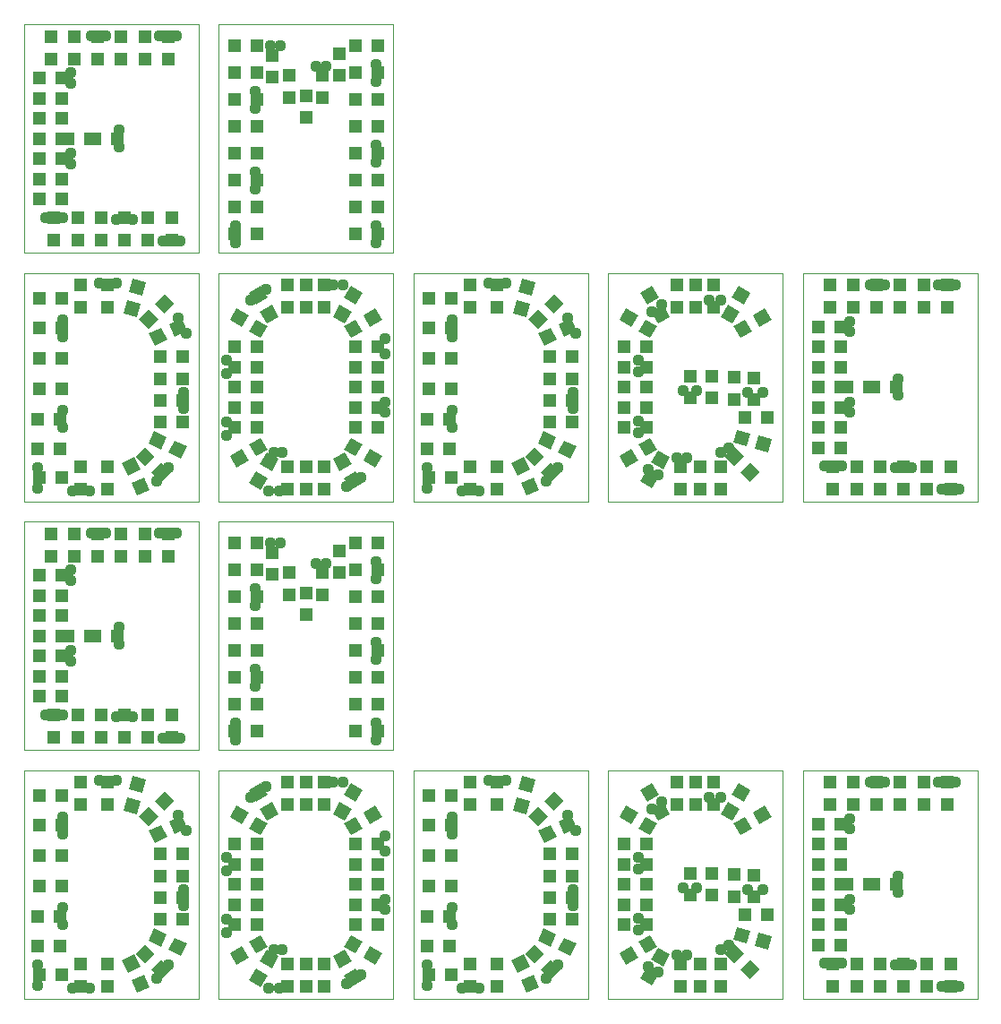
<source format=gts>
G75*
G70*
%OFA0B0*%
%FSLAX25Y25*%
%IPPOS*%
%LPD*%
%AMOC8*
5,1,8,0,0,1.08239X$1,22.5*
%
%ADD12C,0.04370*%
%ADD17C,0.00000*%
%ADD20R,0.05120X0.05120*%
X0010000Y0010000D02*
G75*
%LPD*%
D17*
X0010000Y0010000D02*
X0010000Y0095000D01*
X0075000Y0095000D01*
X0075000Y0010000D01*
X0010000Y0010000D01*
D20*
X0015860Y0018750D03*
X0024130Y0018750D03*
X0031250Y0022880D03*
X0031250Y0014610D03*
X0041250Y0014610D03*
X0041250Y0022880D03*
X0023510Y0029370D03*
X0015240Y0029370D03*
X0015240Y0040620D03*
X0023510Y0040620D03*
X0024130Y0051870D03*
X0015860Y0051870D03*
X0015860Y0063120D03*
X0024130Y0063120D03*
X0024130Y0074370D03*
X0015860Y0074370D03*
X0015860Y0085620D03*
X0024130Y0085620D03*
X0031250Y0082110D03*
X0031250Y0090380D03*
X0041250Y0090380D03*
X0041250Y0082110D03*
X0060860Y0063750D03*
X0060860Y0055620D03*
X0060860Y0047500D03*
X0060860Y0039370D03*
X0069130Y0039370D03*
X0069130Y0047500D03*
X0069130Y0055620D03*
X0069130Y0063750D03*
D20*
G36*
X0058770Y0067850D02*
X0056600Y0072480D01*
X0061230Y0074650D01*
X0063400Y0070020D01*
X0058770Y0067850D01*
G37*
G36*
X0056450Y0074080D02*
X0052830Y0077700D01*
X0056450Y0081320D01*
X0060070Y0077700D01*
X0056450Y0074080D01*
G37*
G36*
X0051990Y0078500D02*
X0047050Y0079820D01*
X0048370Y0084760D01*
X0053310Y0083440D01*
X0051990Y0078500D01*
G37*
G36*
X0054130Y0086480D02*
X0049190Y0087800D01*
X0050510Y0092740D01*
X0055450Y0091420D01*
X0054130Y0086480D01*
G37*
G36*
X0062290Y0079920D02*
X0058670Y0083540D01*
X0062290Y0087160D01*
X0065910Y0083540D01*
X0062290Y0079920D01*
G37*
G36*
X0066260Y0071340D02*
X0064090Y0075970D01*
X0068720Y0078140D01*
X0070890Y0073510D01*
X0066260Y0071340D01*
G37*
G36*
X0056440Y0031510D02*
X0058610Y0036140D01*
X0063240Y0033970D01*
X0061070Y0029340D01*
X0056440Y0031510D01*
G37*
G36*
X0051580Y0026670D02*
X0055200Y0030290D01*
X0058820Y0026670D01*
X0055200Y0023050D01*
X0051580Y0026670D01*
G37*
G36*
X0046530Y0024270D02*
X0051160Y0026440D01*
X0053330Y0021810D01*
X0048700Y0019640D01*
X0046530Y0024270D01*
G37*
G36*
X0050020Y0016780D02*
X0054650Y0018950D01*
X0056820Y0014320D01*
X0052190Y0012150D01*
X0050020Y0016780D01*
G37*
G36*
X0057420Y0020820D02*
X0061040Y0024440D01*
X0064660Y0020820D01*
X0061040Y0017200D01*
X0057420Y0020820D01*
G37*
G36*
X0063940Y0028020D02*
X0066110Y0032650D01*
X0070740Y0030480D01*
X0068570Y0025850D01*
X0063940Y0028020D01*
G37*
D12*
X0063750Y0022500D03*
X0059370Y0017500D03*
X0034370Y0013750D03*
X0028120Y0013750D03*
X0015000Y0015000D03*
X0015000Y0022500D03*
X0024370Y0037500D03*
X0024370Y0043750D03*
X0024370Y0071250D03*
X0024370Y0077500D03*
X0038120Y0091250D03*
X0044370Y0091250D03*
X0067500Y0078120D03*
X0070620Y0072500D03*
X0069370Y0050620D03*
X0069370Y0044370D03*
X0082500Y0010000D02*
G75*
%LPD*%
D17*
X0082500Y0010000D02*
X0082500Y0095000D01*
X0147500Y0095000D01*
X0147500Y0010000D01*
X0082500Y0010000D01*
D20*
X0108120Y0014610D03*
X0115000Y0014610D03*
X0121870Y0014610D03*
X0121870Y0022880D03*
X0115000Y0022880D03*
X0108120Y0022880D03*
X0096630Y0037500D03*
X0096630Y0045000D03*
X0096630Y0052500D03*
X0096630Y0060000D03*
X0096630Y0067500D03*
X0088360Y0067500D03*
X0088360Y0060000D03*
X0088360Y0052500D03*
X0088360Y0045000D03*
X0088360Y0037500D03*
X0108120Y0082110D03*
X0115000Y0082110D03*
X0121870Y0082110D03*
X0121870Y0090380D03*
X0115000Y0090380D03*
X0108120Y0090380D03*
X0133360Y0067500D03*
X0133360Y0060000D03*
X0133360Y0052500D03*
X0133360Y0045000D03*
X0133360Y0037500D03*
X0141630Y0037500D03*
X0141630Y0045000D03*
X0141630Y0052500D03*
X0141630Y0060000D03*
X0141630Y0067500D03*
D20*
G36*
X0131740Y0070690D02*
X0129180Y0075110D01*
X0133600Y0077670D01*
X0136160Y0073250D01*
X0131740Y0070690D01*
G37*
G36*
X0129480Y0076050D02*
X0125060Y0078610D01*
X0127620Y0083030D01*
X0132040Y0080470D01*
X0129480Y0076050D01*
G37*
G36*
X0138900Y0074820D02*
X0136340Y0079240D01*
X0140760Y0081800D01*
X0143320Y0077380D01*
X0138900Y0074820D01*
G37*
G36*
X0133620Y0083210D02*
X0129200Y0085770D01*
X0131760Y0090190D01*
X0136180Y0087630D01*
X0133620Y0083210D01*
G37*
G36*
X0104930Y0078610D02*
X0100510Y0076050D01*
X0097950Y0080470D01*
X0102370Y0083030D01*
X0104930Y0078610D01*
G37*
G36*
X0100820Y0075110D02*
X0098260Y0070690D01*
X0093840Y0073250D01*
X0096400Y0077670D01*
X0100820Y0075110D01*
G37*
G36*
X0093660Y0079240D02*
X0091100Y0074820D01*
X0086680Y0077380D01*
X0089240Y0081800D01*
X0093660Y0079240D01*
G37*
G36*
X0100790Y0085770D02*
X0096370Y0083210D01*
X0093810Y0087630D01*
X0098230Y0090190D01*
X0100790Y0085770D01*
G37*
G36*
X0098260Y0033680D02*
X0100820Y0029260D01*
X0096400Y0026700D01*
X0093840Y0031120D01*
X0098260Y0033680D01*
G37*
G36*
X0091100Y0029540D02*
X0093660Y0025120D01*
X0089240Y0022560D01*
X0086680Y0026980D01*
X0091100Y0029540D01*
G37*
G36*
X0100510Y0028320D02*
X0104930Y0025760D01*
X0102370Y0021340D01*
X0097950Y0023900D01*
X0100510Y0028320D01*
G37*
G36*
X0096370Y0021160D02*
X0100790Y0018600D01*
X0098230Y0014180D01*
X0093810Y0016740D01*
X0096370Y0021160D01*
G37*
G36*
X0125060Y0025760D02*
X0129480Y0028320D01*
X0132040Y0023900D01*
X0127620Y0021340D01*
X0125060Y0025760D01*
G37*
G36*
X0129180Y0029260D02*
X0131740Y0033680D01*
X0136160Y0031120D01*
X0133600Y0026700D01*
X0129180Y0029260D01*
G37*
G36*
X0136340Y0025120D02*
X0138900Y0029540D01*
X0143320Y0026980D01*
X0140760Y0022560D01*
X0136340Y0025120D01*
G37*
G36*
X0129200Y0018600D02*
X0133620Y0021160D01*
X0136180Y0016740D01*
X0131760Y0014180D01*
X0129200Y0018600D01*
G37*
D12*
X0130000Y0015620D03*
X0135620Y0018750D03*
X0144370Y0043120D03*
X0144370Y0046870D03*
X0144370Y0065000D03*
X0144370Y0070620D03*
X0128750Y0090620D03*
X0125000Y0090620D03*
X0100000Y0088750D03*
X0094370Y0085000D03*
X0085620Y0062500D03*
X0085620Y0057500D03*
X0085620Y0039370D03*
X0085620Y0034370D03*
X0103120Y0028120D03*
X0106250Y0028120D03*
X0105000Y0013750D03*
X0101250Y0013750D03*
X0155000Y0010000D02*
G75*
%LPD*%
D17*
X0155000Y0010000D02*
X0155000Y0095000D01*
X0220000Y0095000D01*
X0220000Y0010000D01*
X0155000Y0010000D01*
D20*
X0160860Y0018750D03*
X0169130Y0018750D03*
X0176250Y0022880D03*
X0176250Y0014610D03*
X0186250Y0014610D03*
X0186250Y0022880D03*
X0168510Y0029370D03*
X0160240Y0029370D03*
X0160240Y0040620D03*
X0168510Y0040620D03*
X0169130Y0051870D03*
X0160860Y0051870D03*
X0160860Y0063120D03*
X0169130Y0063120D03*
X0169130Y0074370D03*
X0160860Y0074370D03*
X0160860Y0085620D03*
X0169130Y0085620D03*
X0176250Y0082110D03*
X0176250Y0090380D03*
X0186250Y0090380D03*
X0186250Y0082110D03*
X0205860Y0063750D03*
X0205860Y0055620D03*
X0205860Y0047500D03*
X0205860Y0039370D03*
X0214130Y0039370D03*
X0214130Y0047500D03*
X0214130Y0055620D03*
X0214130Y0063750D03*
D20*
G36*
X0203770Y0067850D02*
X0201600Y0072480D01*
X0206230Y0074650D01*
X0208400Y0070020D01*
X0203770Y0067850D01*
G37*
G36*
X0201450Y0074080D02*
X0197830Y0077700D01*
X0201450Y0081320D01*
X0205070Y0077700D01*
X0201450Y0074080D01*
G37*
G36*
X0196990Y0078500D02*
X0192050Y0079820D01*
X0193370Y0084760D01*
X0198310Y0083440D01*
X0196990Y0078500D01*
G37*
G36*
X0199130Y0086480D02*
X0194190Y0087800D01*
X0195510Y0092740D01*
X0200450Y0091420D01*
X0199130Y0086480D01*
G37*
G36*
X0207290Y0079920D02*
X0203670Y0083540D01*
X0207290Y0087160D01*
X0210910Y0083540D01*
X0207290Y0079920D01*
G37*
G36*
X0211260Y0071340D02*
X0209090Y0075970D01*
X0213720Y0078140D01*
X0215890Y0073510D01*
X0211260Y0071340D01*
G37*
G36*
X0201440Y0031510D02*
X0203610Y0036140D01*
X0208240Y0033970D01*
X0206070Y0029340D01*
X0201440Y0031510D01*
G37*
G36*
X0196580Y0026670D02*
X0200200Y0030290D01*
X0203820Y0026670D01*
X0200200Y0023050D01*
X0196580Y0026670D01*
G37*
G36*
X0191530Y0024270D02*
X0196160Y0026440D01*
X0198330Y0021810D01*
X0193700Y0019640D01*
X0191530Y0024270D01*
G37*
G36*
X0195020Y0016780D02*
X0199650Y0018950D01*
X0201820Y0014320D01*
X0197190Y0012150D01*
X0195020Y0016780D01*
G37*
G36*
X0202420Y0020820D02*
X0206040Y0024440D01*
X0209660Y0020820D01*
X0206040Y0017200D01*
X0202420Y0020820D01*
G37*
G36*
X0208940Y0028020D02*
X0211110Y0032650D01*
X0215740Y0030480D01*
X0213570Y0025850D01*
X0208940Y0028020D01*
G37*
D12*
X0208750Y0022500D03*
X0204370Y0017500D03*
X0179370Y0013750D03*
X0173120Y0013750D03*
X0160000Y0015000D03*
X0160000Y0022500D03*
X0169370Y0037500D03*
X0169370Y0043750D03*
X0169370Y0071250D03*
X0169370Y0077500D03*
X0183120Y0091250D03*
X0189370Y0091250D03*
X0212500Y0078120D03*
X0215620Y0072500D03*
X0214370Y0050620D03*
X0214370Y0044370D03*
X0227500Y0010000D02*
G75*
%LPD*%
D17*
X0227500Y0010000D02*
X0227500Y0095000D01*
X0292500Y0095000D01*
X0292500Y0010000D01*
X0227500Y0010000D01*
D20*
X0233360Y0037500D03*
X0233360Y0045000D03*
X0233360Y0052500D03*
X0233360Y0060000D03*
X0233360Y0067500D03*
X0241630Y0067500D03*
X0241630Y0060000D03*
X0241630Y0052500D03*
X0241630Y0045000D03*
X0241630Y0037500D03*
X0254370Y0022880D03*
X0261870Y0022880D03*
X0269370Y0022880D03*
X0269370Y0014610D03*
X0261870Y0014610D03*
X0254370Y0014610D03*
X0278360Y0041250D03*
X0281870Y0047740D03*
X0286630Y0041250D03*
X0274370Y0047870D03*
X0266250Y0048360D03*
X0258120Y0048360D03*
X0258120Y0056630D03*
X0266250Y0056630D03*
X0274370Y0056140D03*
X0281870Y0056010D03*
X0266870Y0082110D03*
X0260000Y0082110D03*
X0253120Y0082110D03*
X0253120Y0090380D03*
X0260000Y0090380D03*
X0266870Y0090380D03*
D20*
G36*
X0276130Y0090190D02*
X0280550Y0087630D01*
X0277990Y0083210D01*
X0273570Y0085770D01*
X0276130Y0090190D01*
G37*
G36*
X0272000Y0083030D02*
X0276420Y0080470D01*
X0273860Y0076050D01*
X0269440Y0078610D01*
X0272000Y0083030D01*
G37*
G36*
X0278600Y0077670D02*
X0281160Y0073250D01*
X0276740Y0070690D01*
X0274180Y0075110D01*
X0278600Y0077670D01*
G37*
G36*
X0285760Y0081800D02*
X0288320Y0077380D01*
X0283900Y0074820D01*
X0281340Y0079240D01*
X0285760Y0081800D01*
G37*
G36*
X0243570Y0080470D02*
X0247990Y0083030D01*
X0250550Y0078610D01*
X0246130Y0076050D01*
X0243570Y0080470D01*
G37*
G36*
X0238840Y0073250D02*
X0241400Y0077670D01*
X0245820Y0075110D01*
X0243260Y0070690D01*
X0238840Y0073250D01*
G37*
G36*
X0231680Y0077380D02*
X0234240Y0081800D01*
X0238660Y0079240D01*
X0236100Y0074820D01*
X0231680Y0077380D01*
G37*
G36*
X0239440Y0087630D02*
X0243860Y0090190D01*
X0246420Y0085770D01*
X0242000Y0083210D01*
X0239440Y0087630D01*
G37*
G36*
X0280540Y0035310D02*
X0279220Y0030370D01*
X0274280Y0031690D01*
X0275600Y0036630D01*
X0280540Y0035310D01*
G37*
G36*
X0288520Y0033170D02*
X0287200Y0028230D01*
X0282260Y0029550D01*
X0283580Y0034490D01*
X0288520Y0033170D01*
G37*
G36*
X0283950Y0020920D02*
X0280330Y0017300D01*
X0276710Y0020920D01*
X0280330Y0024540D01*
X0283950Y0020920D01*
G37*
G36*
X0278110Y0026770D02*
X0274490Y0023150D01*
X0270870Y0026770D01*
X0274490Y0030390D01*
X0278110Y0026770D01*
G37*
G36*
X0247990Y0021960D02*
X0243570Y0024520D01*
X0246130Y0028940D01*
X0250550Y0026380D01*
X0247990Y0021960D01*
G37*
G36*
X0243860Y0014800D02*
X0239440Y0017360D01*
X0242000Y0021780D01*
X0246420Y0019220D01*
X0243860Y0014800D01*
G37*
G36*
X0234240Y0022560D02*
X0231680Y0026980D01*
X0236100Y0029540D01*
X0238660Y0025120D01*
X0234240Y0022560D01*
G37*
G36*
X0241400Y0026700D02*
X0238840Y0031120D01*
X0243260Y0033680D01*
X0245820Y0029260D01*
X0241400Y0026700D01*
G37*
D12*
X0242500Y0021870D03*
X0246250Y0020000D03*
X0253120Y0026250D03*
X0256870Y0026250D03*
X0269370Y0028120D03*
X0272500Y0030000D03*
X0279370Y0050620D03*
X0285000Y0050620D03*
X0260620Y0051250D03*
X0255620Y0051250D03*
X0238750Y0058120D03*
X0238750Y0062500D03*
X0243750Y0080620D03*
X0247500Y0083120D03*
X0265000Y0085000D03*
X0269370Y0085000D03*
X0238750Y0040000D03*
X0238750Y0035620D03*
X0300000Y0010000D02*
G75*
%LPD*%
D17*
X0300000Y0010000D02*
X0300000Y0095000D01*
X0365000Y0095000D01*
X0365000Y0010000D01*
X0300000Y0010000D01*
D20*
X0311250Y0014610D03*
X0311250Y0022880D03*
X0314130Y0030000D03*
X0314130Y0037500D03*
X0314130Y0045000D03*
X0314130Y0052500D03*
X0316490Y0052500D03*
X0314130Y0060000D03*
X0314130Y0067500D03*
X0314130Y0075000D03*
X0310000Y0082110D03*
X0305860Y0075000D03*
X0305860Y0067500D03*
X0305860Y0060000D03*
X0305860Y0052500D03*
X0305860Y0045000D03*
X0305860Y0037500D03*
X0305860Y0030000D03*
X0320000Y0022880D03*
X0320000Y0014610D03*
X0328750Y0014610D03*
X0328750Y0022880D03*
X0337500Y0022880D03*
X0337500Y0014610D03*
X0346250Y0014610D03*
X0346250Y0022880D03*
X0355000Y0022880D03*
X0355000Y0014610D03*
X0334760Y0052500D03*
X0326490Y0052500D03*
X0324760Y0052500D03*
X0327500Y0082110D03*
X0327500Y0090380D03*
X0318750Y0090380D03*
X0318750Y0082110D03*
X0310000Y0090380D03*
X0336250Y0090380D03*
X0336250Y0082110D03*
X0345000Y0082110D03*
X0345000Y0090380D03*
X0353750Y0090380D03*
X0353750Y0082110D03*
D12*
X0356870Y0090620D03*
X0350620Y0090620D03*
X0330620Y0090620D03*
X0325000Y0090620D03*
X0317500Y0076870D03*
X0317500Y0073120D03*
X0335620Y0055620D03*
X0335620Y0049370D03*
X0317500Y0046870D03*
X0317500Y0043120D03*
X0314370Y0023120D03*
X0308120Y0023120D03*
X0334370Y0022500D03*
X0340620Y0022500D03*
X0351870Y0014370D03*
X0358120Y0014370D03*
X0010000Y0102500D02*
G75*
%LPD*%
D17*
X0010000Y0102500D02*
X0010000Y0187500D01*
X0075000Y0187500D01*
X0075000Y0102500D01*
X0010000Y0102500D01*
D20*
X0021250Y0107110D03*
X0021250Y0115380D03*
X0024130Y0122500D03*
X0024130Y0130000D03*
X0024130Y0137500D03*
X0024130Y0145000D03*
X0026490Y0145000D03*
X0024130Y0152500D03*
X0024130Y0160000D03*
X0024130Y0167500D03*
X0020000Y0174610D03*
X0015860Y0167500D03*
X0015860Y0160000D03*
X0015860Y0152500D03*
X0015860Y0145000D03*
X0015860Y0137500D03*
X0015860Y0130000D03*
X0015860Y0122500D03*
X0030000Y0115380D03*
X0030000Y0107110D03*
X0038750Y0107110D03*
X0038750Y0115380D03*
X0047500Y0115380D03*
X0047500Y0107110D03*
X0056250Y0107110D03*
X0056250Y0115380D03*
X0065000Y0115380D03*
X0065000Y0107110D03*
X0044760Y0145000D03*
X0036490Y0145000D03*
X0034760Y0145000D03*
X0037500Y0174610D03*
X0037500Y0182880D03*
X0028750Y0182880D03*
X0028750Y0174610D03*
X0020000Y0182880D03*
X0046250Y0182880D03*
X0046250Y0174610D03*
X0055000Y0174610D03*
X0055000Y0182880D03*
X0063750Y0182880D03*
X0063750Y0174610D03*
D12*
X0066870Y0183120D03*
X0060620Y0183120D03*
X0040620Y0183120D03*
X0035000Y0183120D03*
X0027500Y0169370D03*
X0027500Y0165620D03*
X0045620Y0148120D03*
X0045620Y0141870D03*
X0027500Y0139370D03*
X0027500Y0135620D03*
X0024370Y0115620D03*
X0018120Y0115620D03*
X0044370Y0115000D03*
X0050620Y0115000D03*
X0061870Y0106870D03*
X0068120Y0106870D03*
X0082500Y0102500D02*
G75*
%LPD*%
D17*
X0082500Y0102500D02*
X0082500Y0187500D01*
X0147500Y0187500D01*
X0147500Y0102500D01*
X0082500Y0102500D01*
D20*
X0088360Y0109370D03*
X0096630Y0109370D03*
X0096630Y0119370D03*
X0088360Y0119370D03*
X0088360Y0129370D03*
X0096630Y0129370D03*
X0096630Y0139370D03*
X0088360Y0139370D03*
X0088360Y0149370D03*
X0096630Y0149370D03*
X0096630Y0159370D03*
X0088360Y0159370D03*
X0088360Y0169370D03*
X0096630Y0169370D03*
X0102500Y0167740D03*
X0108750Y0168510D03*
X0102500Y0176010D03*
X0096630Y0179370D03*
X0088360Y0179370D03*
X0108750Y0160240D03*
X0115000Y0161010D03*
X0121250Y0160240D03*
X0121250Y0168510D03*
X0127500Y0168360D03*
X0133360Y0169370D03*
X0127500Y0176630D03*
X0133360Y0179370D03*
X0141630Y0179370D03*
X0141630Y0169370D03*
X0141630Y0159370D03*
X0133360Y0159370D03*
X0133360Y0149370D03*
X0141630Y0149370D03*
X0141630Y0139370D03*
X0133360Y0139370D03*
X0133360Y0129370D03*
X0141630Y0129370D03*
X0141630Y0119370D03*
X0133360Y0119370D03*
X0133360Y0109370D03*
X0141630Y0109370D03*
X0115000Y0152740D03*
D12*
X0096250Y0156250D03*
X0096250Y0162500D03*
X0101870Y0179370D03*
X0105620Y0179370D03*
X0118750Y0171870D03*
X0122500Y0171870D03*
X0141250Y0172500D03*
X0141250Y0166250D03*
X0141250Y0142500D03*
X0141250Y0136250D03*
X0141250Y0112500D03*
X0141250Y0106250D03*
X0096250Y0126250D03*
X0096250Y0132500D03*
X0088750Y0112500D03*
X0088750Y0106250D03*
X0010000Y0195000D02*
G75*
%LPD*%
D17*
X0010000Y0195000D02*
X0010000Y0280000D01*
X0075000Y0280000D01*
X0075000Y0195000D01*
X0010000Y0195000D01*
D20*
X0015860Y0203750D03*
X0024130Y0203750D03*
X0031250Y0207880D03*
X0031250Y0199610D03*
X0041250Y0199610D03*
X0041250Y0207880D03*
X0023510Y0214370D03*
X0015240Y0214370D03*
X0015240Y0225620D03*
X0023510Y0225620D03*
X0024130Y0236870D03*
X0015860Y0236870D03*
X0015860Y0248120D03*
X0024130Y0248120D03*
X0024130Y0259370D03*
X0015860Y0259370D03*
X0015860Y0270620D03*
X0024130Y0270620D03*
X0031250Y0267110D03*
X0031250Y0275380D03*
X0041250Y0275380D03*
X0041250Y0267110D03*
X0060860Y0248750D03*
X0060860Y0240620D03*
X0060860Y0232500D03*
X0060860Y0224370D03*
X0069130Y0224370D03*
X0069130Y0232500D03*
X0069130Y0240620D03*
X0069130Y0248750D03*
D20*
G36*
X0058770Y0252850D02*
X0056600Y0257480D01*
X0061230Y0259650D01*
X0063400Y0255020D01*
X0058770Y0252850D01*
G37*
G36*
X0056450Y0259080D02*
X0052830Y0262700D01*
X0056450Y0266320D01*
X0060070Y0262700D01*
X0056450Y0259080D01*
G37*
G36*
X0051990Y0263500D02*
X0047050Y0264820D01*
X0048370Y0269760D01*
X0053310Y0268440D01*
X0051990Y0263500D01*
G37*
G36*
X0054130Y0271480D02*
X0049190Y0272800D01*
X0050510Y0277740D01*
X0055450Y0276420D01*
X0054130Y0271480D01*
G37*
G36*
X0062290Y0264920D02*
X0058670Y0268540D01*
X0062290Y0272160D01*
X0065910Y0268540D01*
X0062290Y0264920D01*
G37*
G36*
X0066260Y0256340D02*
X0064090Y0260970D01*
X0068720Y0263140D01*
X0070890Y0258510D01*
X0066260Y0256340D01*
G37*
G36*
X0056440Y0216510D02*
X0058610Y0221140D01*
X0063240Y0218970D01*
X0061070Y0214340D01*
X0056440Y0216510D01*
G37*
G36*
X0051580Y0211670D02*
X0055200Y0215290D01*
X0058820Y0211670D01*
X0055200Y0208050D01*
X0051580Y0211670D01*
G37*
G36*
X0046530Y0209270D02*
X0051160Y0211440D01*
X0053330Y0206810D01*
X0048700Y0204640D01*
X0046530Y0209270D01*
G37*
G36*
X0050020Y0201780D02*
X0054650Y0203950D01*
X0056820Y0199320D01*
X0052190Y0197150D01*
X0050020Y0201780D01*
G37*
G36*
X0057420Y0205820D02*
X0061040Y0209440D01*
X0064660Y0205820D01*
X0061040Y0202200D01*
X0057420Y0205820D01*
G37*
G36*
X0063940Y0213020D02*
X0066110Y0217650D01*
X0070740Y0215480D01*
X0068570Y0210850D01*
X0063940Y0213020D01*
G37*
D12*
X0063750Y0207500D03*
X0059370Y0202500D03*
X0034370Y0198750D03*
X0028120Y0198750D03*
X0015000Y0200000D03*
X0015000Y0207500D03*
X0024370Y0222500D03*
X0024370Y0228750D03*
X0024370Y0256250D03*
X0024370Y0262500D03*
X0038120Y0276250D03*
X0044370Y0276250D03*
X0067500Y0263120D03*
X0070620Y0257500D03*
X0069370Y0235620D03*
X0069370Y0229370D03*
X0082500Y0195000D02*
G75*
%LPD*%
D17*
X0082500Y0195000D02*
X0082500Y0280000D01*
X0147500Y0280000D01*
X0147500Y0195000D01*
X0082500Y0195000D01*
D20*
X0108120Y0199610D03*
X0115000Y0199610D03*
X0121870Y0199610D03*
X0121870Y0207880D03*
X0115000Y0207880D03*
X0108120Y0207880D03*
X0096630Y0222500D03*
X0096630Y0230000D03*
X0096630Y0237500D03*
X0096630Y0245000D03*
X0096630Y0252500D03*
X0088360Y0252500D03*
X0088360Y0245000D03*
X0088360Y0237500D03*
X0088360Y0230000D03*
X0088360Y0222500D03*
X0108120Y0267110D03*
X0115000Y0267110D03*
X0121870Y0267110D03*
X0121870Y0275380D03*
X0115000Y0275380D03*
X0108120Y0275380D03*
X0133360Y0252500D03*
X0133360Y0245000D03*
X0133360Y0237500D03*
X0133360Y0230000D03*
X0133360Y0222500D03*
X0141630Y0222500D03*
X0141630Y0230000D03*
X0141630Y0237500D03*
X0141630Y0245000D03*
X0141630Y0252500D03*
D20*
G36*
X0131740Y0255690D02*
X0129180Y0260110D01*
X0133600Y0262670D01*
X0136160Y0258250D01*
X0131740Y0255690D01*
G37*
G36*
X0129480Y0261050D02*
X0125060Y0263610D01*
X0127620Y0268030D01*
X0132040Y0265470D01*
X0129480Y0261050D01*
G37*
G36*
X0138900Y0259820D02*
X0136340Y0264240D01*
X0140760Y0266800D01*
X0143320Y0262380D01*
X0138900Y0259820D01*
G37*
G36*
X0133620Y0268210D02*
X0129200Y0270770D01*
X0131760Y0275190D01*
X0136180Y0272630D01*
X0133620Y0268210D01*
G37*
G36*
X0104930Y0263610D02*
X0100510Y0261050D01*
X0097950Y0265470D01*
X0102370Y0268030D01*
X0104930Y0263610D01*
G37*
G36*
X0100820Y0260110D02*
X0098260Y0255690D01*
X0093840Y0258250D01*
X0096400Y0262670D01*
X0100820Y0260110D01*
G37*
G36*
X0093660Y0264240D02*
X0091100Y0259820D01*
X0086680Y0262380D01*
X0089240Y0266800D01*
X0093660Y0264240D01*
G37*
G36*
X0100790Y0270770D02*
X0096370Y0268210D01*
X0093810Y0272630D01*
X0098230Y0275190D01*
X0100790Y0270770D01*
G37*
G36*
X0098260Y0218680D02*
X0100820Y0214260D01*
X0096400Y0211700D01*
X0093840Y0216120D01*
X0098260Y0218680D01*
G37*
G36*
X0091100Y0214540D02*
X0093660Y0210120D01*
X0089240Y0207560D01*
X0086680Y0211980D01*
X0091100Y0214540D01*
G37*
G36*
X0100510Y0213320D02*
X0104930Y0210760D01*
X0102370Y0206340D01*
X0097950Y0208900D01*
X0100510Y0213320D01*
G37*
G36*
X0096370Y0206160D02*
X0100790Y0203600D01*
X0098230Y0199180D01*
X0093810Y0201740D01*
X0096370Y0206160D01*
G37*
G36*
X0125060Y0210760D02*
X0129480Y0213320D01*
X0132040Y0208900D01*
X0127620Y0206340D01*
X0125060Y0210760D01*
G37*
G36*
X0129180Y0214260D02*
X0131740Y0218680D01*
X0136160Y0216120D01*
X0133600Y0211700D01*
X0129180Y0214260D01*
G37*
G36*
X0136340Y0210120D02*
X0138900Y0214540D01*
X0143320Y0211980D01*
X0140760Y0207560D01*
X0136340Y0210120D01*
G37*
G36*
X0129200Y0203600D02*
X0133620Y0206160D01*
X0136180Y0201740D01*
X0131760Y0199180D01*
X0129200Y0203600D01*
G37*
D12*
X0130000Y0200620D03*
X0135620Y0203750D03*
X0144370Y0228120D03*
X0144370Y0231870D03*
X0144370Y0250000D03*
X0144370Y0255620D03*
X0128750Y0275620D03*
X0125000Y0275620D03*
X0100000Y0273750D03*
X0094370Y0270000D03*
X0085620Y0247500D03*
X0085620Y0242500D03*
X0085620Y0224370D03*
X0085620Y0219370D03*
X0103120Y0213120D03*
X0106250Y0213120D03*
X0105000Y0198750D03*
X0101250Y0198750D03*
X0155000Y0195000D02*
G75*
%LPD*%
D17*
X0155000Y0195000D02*
X0155000Y0280000D01*
X0220000Y0280000D01*
X0220000Y0195000D01*
X0155000Y0195000D01*
D20*
X0160860Y0203750D03*
X0169130Y0203750D03*
X0176250Y0207880D03*
X0176250Y0199610D03*
X0186250Y0199610D03*
X0186250Y0207880D03*
X0168510Y0214370D03*
X0160240Y0214370D03*
X0160240Y0225620D03*
X0168510Y0225620D03*
X0169130Y0236870D03*
X0160860Y0236870D03*
X0160860Y0248120D03*
X0169130Y0248120D03*
X0169130Y0259370D03*
X0160860Y0259370D03*
X0160860Y0270620D03*
X0169130Y0270620D03*
X0176250Y0267110D03*
X0176250Y0275380D03*
X0186250Y0275380D03*
X0186250Y0267110D03*
X0205860Y0248750D03*
X0205860Y0240620D03*
X0205860Y0232500D03*
X0205860Y0224370D03*
X0214130Y0224370D03*
X0214130Y0232500D03*
X0214130Y0240620D03*
X0214130Y0248750D03*
D20*
G36*
X0203770Y0252850D02*
X0201600Y0257480D01*
X0206230Y0259650D01*
X0208400Y0255020D01*
X0203770Y0252850D01*
G37*
G36*
X0201450Y0259080D02*
X0197830Y0262700D01*
X0201450Y0266320D01*
X0205070Y0262700D01*
X0201450Y0259080D01*
G37*
G36*
X0196990Y0263500D02*
X0192050Y0264820D01*
X0193370Y0269760D01*
X0198310Y0268440D01*
X0196990Y0263500D01*
G37*
G36*
X0199130Y0271480D02*
X0194190Y0272800D01*
X0195510Y0277740D01*
X0200450Y0276420D01*
X0199130Y0271480D01*
G37*
G36*
X0207290Y0264920D02*
X0203670Y0268540D01*
X0207290Y0272160D01*
X0210910Y0268540D01*
X0207290Y0264920D01*
G37*
G36*
X0211260Y0256340D02*
X0209090Y0260970D01*
X0213720Y0263140D01*
X0215890Y0258510D01*
X0211260Y0256340D01*
G37*
G36*
X0201440Y0216510D02*
X0203610Y0221140D01*
X0208240Y0218970D01*
X0206070Y0214340D01*
X0201440Y0216510D01*
G37*
G36*
X0196580Y0211670D02*
X0200200Y0215290D01*
X0203820Y0211670D01*
X0200200Y0208050D01*
X0196580Y0211670D01*
G37*
G36*
X0191530Y0209270D02*
X0196160Y0211440D01*
X0198330Y0206810D01*
X0193700Y0204640D01*
X0191530Y0209270D01*
G37*
G36*
X0195020Y0201780D02*
X0199650Y0203950D01*
X0201820Y0199320D01*
X0197190Y0197150D01*
X0195020Y0201780D01*
G37*
G36*
X0202420Y0205820D02*
X0206040Y0209440D01*
X0209660Y0205820D01*
X0206040Y0202200D01*
X0202420Y0205820D01*
G37*
G36*
X0208940Y0213020D02*
X0211110Y0217650D01*
X0215740Y0215480D01*
X0213570Y0210850D01*
X0208940Y0213020D01*
G37*
D12*
X0208750Y0207500D03*
X0204370Y0202500D03*
X0179370Y0198750D03*
X0173120Y0198750D03*
X0160000Y0200000D03*
X0160000Y0207500D03*
X0169370Y0222500D03*
X0169370Y0228750D03*
X0169370Y0256250D03*
X0169370Y0262500D03*
X0183120Y0276250D03*
X0189370Y0276250D03*
X0212500Y0263120D03*
X0215620Y0257500D03*
X0214370Y0235620D03*
X0214370Y0229370D03*
X0227500Y0195000D02*
G75*
%LPD*%
D17*
X0227500Y0195000D02*
X0227500Y0280000D01*
X0292500Y0280000D01*
X0292500Y0195000D01*
X0227500Y0195000D01*
D20*
X0233360Y0222500D03*
X0233360Y0230000D03*
X0233360Y0237500D03*
X0233360Y0245000D03*
X0233360Y0252500D03*
X0241630Y0252500D03*
X0241630Y0245000D03*
X0241630Y0237500D03*
X0241630Y0230000D03*
X0241630Y0222500D03*
X0254370Y0207880D03*
X0261870Y0207880D03*
X0269370Y0207880D03*
X0269370Y0199610D03*
X0261870Y0199610D03*
X0254370Y0199610D03*
X0278360Y0226250D03*
X0281870Y0232740D03*
X0286630Y0226250D03*
X0274370Y0232870D03*
X0266250Y0233360D03*
X0258120Y0233360D03*
X0258120Y0241630D03*
X0266250Y0241630D03*
X0274370Y0241140D03*
X0281870Y0241010D03*
X0266870Y0267110D03*
X0260000Y0267110D03*
X0253120Y0267110D03*
X0253120Y0275380D03*
X0260000Y0275380D03*
X0266870Y0275380D03*
D20*
G36*
X0276130Y0275190D02*
X0280550Y0272630D01*
X0277990Y0268210D01*
X0273570Y0270770D01*
X0276130Y0275190D01*
G37*
G36*
X0272000Y0268030D02*
X0276420Y0265470D01*
X0273860Y0261050D01*
X0269440Y0263610D01*
X0272000Y0268030D01*
G37*
G36*
X0278600Y0262670D02*
X0281160Y0258250D01*
X0276740Y0255690D01*
X0274180Y0260110D01*
X0278600Y0262670D01*
G37*
G36*
X0285760Y0266800D02*
X0288320Y0262380D01*
X0283900Y0259820D01*
X0281340Y0264240D01*
X0285760Y0266800D01*
G37*
G36*
X0243570Y0265470D02*
X0247990Y0268030D01*
X0250550Y0263610D01*
X0246130Y0261050D01*
X0243570Y0265470D01*
G37*
G36*
X0238840Y0258250D02*
X0241400Y0262670D01*
X0245820Y0260110D01*
X0243260Y0255690D01*
X0238840Y0258250D01*
G37*
G36*
X0231680Y0262380D02*
X0234240Y0266800D01*
X0238660Y0264240D01*
X0236100Y0259820D01*
X0231680Y0262380D01*
G37*
G36*
X0239440Y0272630D02*
X0243860Y0275190D01*
X0246420Y0270770D01*
X0242000Y0268210D01*
X0239440Y0272630D01*
G37*
G36*
X0280540Y0220310D02*
X0279220Y0215370D01*
X0274280Y0216690D01*
X0275600Y0221630D01*
X0280540Y0220310D01*
G37*
G36*
X0288520Y0218170D02*
X0287200Y0213230D01*
X0282260Y0214550D01*
X0283580Y0219490D01*
X0288520Y0218170D01*
G37*
G36*
X0283950Y0205920D02*
X0280330Y0202300D01*
X0276710Y0205920D01*
X0280330Y0209540D01*
X0283950Y0205920D01*
G37*
G36*
X0278110Y0211770D02*
X0274490Y0208150D01*
X0270870Y0211770D01*
X0274490Y0215390D01*
X0278110Y0211770D01*
G37*
G36*
X0247990Y0206960D02*
X0243570Y0209520D01*
X0246130Y0213940D01*
X0250550Y0211380D01*
X0247990Y0206960D01*
G37*
G36*
X0243860Y0199800D02*
X0239440Y0202360D01*
X0242000Y0206780D01*
X0246420Y0204220D01*
X0243860Y0199800D01*
G37*
G36*
X0234240Y0207560D02*
X0231680Y0211980D01*
X0236100Y0214540D01*
X0238660Y0210120D01*
X0234240Y0207560D01*
G37*
G36*
X0241400Y0211700D02*
X0238840Y0216120D01*
X0243260Y0218680D01*
X0245820Y0214260D01*
X0241400Y0211700D01*
G37*
D12*
X0242500Y0206870D03*
X0246250Y0205000D03*
X0253120Y0211250D03*
X0256870Y0211250D03*
X0269370Y0213120D03*
X0272500Y0215000D03*
X0279370Y0235620D03*
X0285000Y0235620D03*
X0260620Y0236250D03*
X0255620Y0236250D03*
X0238750Y0243120D03*
X0238750Y0247500D03*
X0243750Y0265620D03*
X0247500Y0268120D03*
X0265000Y0270000D03*
X0269370Y0270000D03*
X0238750Y0225000D03*
X0238750Y0220620D03*
X0300000Y0195000D02*
G75*
%LPD*%
D17*
X0300000Y0195000D02*
X0300000Y0280000D01*
X0365000Y0280000D01*
X0365000Y0195000D01*
X0300000Y0195000D01*
D20*
X0311250Y0199610D03*
X0311250Y0207880D03*
X0314130Y0215000D03*
X0314130Y0222500D03*
X0314130Y0230000D03*
X0314130Y0237500D03*
X0316490Y0237500D03*
X0314130Y0245000D03*
X0314130Y0252500D03*
X0314130Y0260000D03*
X0310000Y0267110D03*
X0305860Y0260000D03*
X0305860Y0252500D03*
X0305860Y0245000D03*
X0305860Y0237500D03*
X0305860Y0230000D03*
X0305860Y0222500D03*
X0305860Y0215000D03*
X0320000Y0207880D03*
X0320000Y0199610D03*
X0328750Y0199610D03*
X0328750Y0207880D03*
X0337500Y0207880D03*
X0337500Y0199610D03*
X0346250Y0199610D03*
X0346250Y0207880D03*
X0355000Y0207880D03*
X0355000Y0199610D03*
X0334760Y0237500D03*
X0326490Y0237500D03*
X0324760Y0237500D03*
X0327500Y0267110D03*
X0327500Y0275380D03*
X0318750Y0275380D03*
X0318750Y0267110D03*
X0310000Y0275380D03*
X0336250Y0275380D03*
X0336250Y0267110D03*
X0345000Y0267110D03*
X0345000Y0275380D03*
X0353750Y0275380D03*
X0353750Y0267110D03*
D12*
X0356870Y0275620D03*
X0350620Y0275620D03*
X0330620Y0275620D03*
X0325000Y0275620D03*
X0317500Y0261870D03*
X0317500Y0258120D03*
X0335620Y0240620D03*
X0335620Y0234370D03*
X0317500Y0231870D03*
X0317500Y0228120D03*
X0314370Y0208120D03*
X0308120Y0208120D03*
X0334370Y0207500D03*
X0340620Y0207500D03*
X0351870Y0199370D03*
X0358120Y0199370D03*
X0010000Y0287500D02*
G75*
%LPD*%
D17*
X0010000Y0287500D02*
X0010000Y0372500D01*
X0075000Y0372500D01*
X0075000Y0287500D01*
X0010000Y0287500D01*
D20*
X0021250Y0292110D03*
X0021250Y0300380D03*
X0024130Y0307500D03*
X0024130Y0315000D03*
X0024130Y0322500D03*
X0024130Y0330000D03*
X0026490Y0330000D03*
X0024130Y0337500D03*
X0024130Y0345000D03*
X0024130Y0352500D03*
X0020000Y0359610D03*
X0015860Y0352500D03*
X0015860Y0345000D03*
X0015860Y0337500D03*
X0015860Y0330000D03*
X0015860Y0322500D03*
X0015860Y0315000D03*
X0015860Y0307500D03*
X0030000Y0300380D03*
X0030000Y0292110D03*
X0038750Y0292110D03*
X0038750Y0300380D03*
X0047500Y0300380D03*
X0047500Y0292110D03*
X0056250Y0292110D03*
X0056250Y0300380D03*
X0065000Y0300380D03*
X0065000Y0292110D03*
X0044760Y0330000D03*
X0036490Y0330000D03*
X0034760Y0330000D03*
X0037500Y0359610D03*
X0037500Y0367880D03*
X0028750Y0367880D03*
X0028750Y0359610D03*
X0020000Y0367880D03*
X0046250Y0367880D03*
X0046250Y0359610D03*
X0055000Y0359610D03*
X0055000Y0367880D03*
X0063750Y0367880D03*
X0063750Y0359610D03*
D12*
X0066870Y0368120D03*
X0060620Y0368120D03*
X0040620Y0368120D03*
X0035000Y0368120D03*
X0027500Y0354370D03*
X0027500Y0350620D03*
X0045620Y0333120D03*
X0045620Y0326870D03*
X0027500Y0324370D03*
X0027500Y0320620D03*
X0024370Y0300620D03*
X0018120Y0300620D03*
X0044370Y0300000D03*
X0050620Y0300000D03*
X0061870Y0291870D03*
X0068120Y0291870D03*
X0082500Y0287500D02*
G75*
%LPD*%
D17*
X0082500Y0287500D02*
X0082500Y0372500D01*
X0147500Y0372500D01*
X0147500Y0287500D01*
X0082500Y0287500D01*
D20*
X0088360Y0294370D03*
X0096630Y0294370D03*
X0096630Y0304370D03*
X0088360Y0304370D03*
X0088360Y0314370D03*
X0096630Y0314370D03*
X0096630Y0324370D03*
X0088360Y0324370D03*
X0088360Y0334370D03*
X0096630Y0334370D03*
X0096630Y0344370D03*
X0088360Y0344370D03*
X0088360Y0354370D03*
X0096630Y0354370D03*
X0102500Y0352740D03*
X0108750Y0353510D03*
X0102500Y0361010D03*
X0096630Y0364370D03*
X0088360Y0364370D03*
X0108750Y0345240D03*
X0115000Y0346010D03*
X0121250Y0345240D03*
X0121250Y0353510D03*
X0127500Y0353360D03*
X0133360Y0354370D03*
X0127500Y0361630D03*
X0133360Y0364370D03*
X0141630Y0364370D03*
X0141630Y0354370D03*
X0141630Y0344370D03*
X0133360Y0344370D03*
X0133360Y0334370D03*
X0141630Y0334370D03*
X0141630Y0324370D03*
X0133360Y0324370D03*
X0133360Y0314370D03*
X0141630Y0314370D03*
X0141630Y0304370D03*
X0133360Y0304370D03*
X0133360Y0294370D03*
X0141630Y0294370D03*
X0115000Y0337740D03*
D12*
X0096250Y0341250D03*
X0096250Y0347500D03*
X0101870Y0364370D03*
X0105620Y0364370D03*
X0118750Y0356870D03*
X0122500Y0356870D03*
X0141250Y0357500D03*
X0141250Y0351250D03*
X0141250Y0327500D03*
X0141250Y0321250D03*
X0141250Y0297500D03*
X0141250Y0291250D03*
X0096250Y0311250D03*
X0096250Y0317500D03*
X0088750Y0297500D03*
X0088750Y0291250D03*
M02*

</source>
